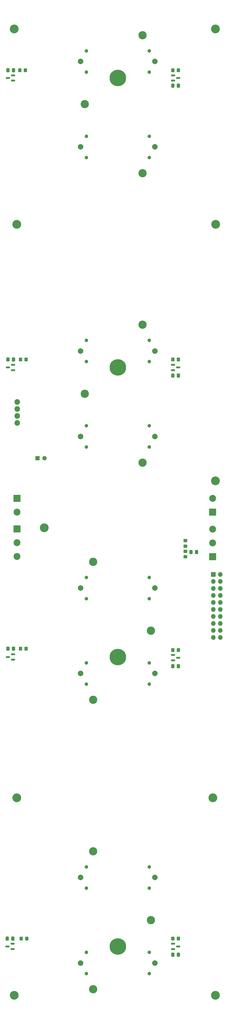
<source format=gbr>
%TF.GenerationSoftware,KiCad,Pcbnew,(6.0.6-0)*%
%TF.CreationDate,2022-11-06T01:46:37-08:00*%
%TF.ProjectId,Slave Board,536c6176-6520-4426-9f61-72642e6b6963,rev?*%
%TF.SameCoordinates,Original*%
%TF.FileFunction,Soldermask,Bot*%
%TF.FilePolarity,Negative*%
%FSLAX46Y46*%
G04 Gerber Fmt 4.6, Leading zero omitted, Abs format (unit mm)*
G04 Created by KiCad (PCBNEW (6.0.6-0)) date 2022-11-06 01:46:37*
%MOMM*%
%LPD*%
G01*
G04 APERTURE LIST*
G04 Aperture macros list*
%AMRoundRect*
0 Rectangle with rounded corners*
0 $1 Rounding radius*
0 $2 $3 $4 $5 $6 $7 $8 $9 X,Y pos of 4 corners*
0 Add a 4 corners polygon primitive as box body*
4,1,4,$2,$3,$4,$5,$6,$7,$8,$9,$2,$3,0*
0 Add four circle primitives for the rounded corners*
1,1,$1+$1,$2,$3*
1,1,$1+$1,$4,$5*
1,1,$1+$1,$6,$7*
1,1,$1+$1,$8,$9*
0 Add four rect primitives between the rounded corners*
20,1,$1+$1,$2,$3,$4,$5,0*
20,1,$1+$1,$4,$5,$6,$7,0*
20,1,$1+$1,$6,$7,$8,$9,0*
20,1,$1+$1,$8,$9,$2,$3,0*%
G04 Aperture macros list end*
%ADD10C,3.200000*%
%ADD11C,3.000000*%
%ADD12C,2.000000*%
%ADD13C,6.000000*%
%ADD14C,1.305560*%
%ADD15R,1.700000X1.700000*%
%ADD16O,1.700000X1.700000*%
%ADD17C,2.020000*%
%ADD18R,2.500000X2.500000*%
%ADD19C,2.500000*%
%ADD20R,1.600000X1.600000*%
%ADD21C,1.600000*%
%ADD22RoundRect,0.150000X0.587500X0.150000X-0.587500X0.150000X-0.587500X-0.150000X0.587500X-0.150000X0*%
%ADD23RoundRect,0.250000X0.337500X0.475000X-0.337500X0.475000X-0.337500X-0.475000X0.337500X-0.475000X0*%
%ADD24RoundRect,0.250000X-0.337500X-0.475000X0.337500X-0.475000X0.337500X0.475000X-0.337500X0.475000X0*%
%ADD25RoundRect,0.250000X-0.350000X-0.450000X0.350000X-0.450000X0.350000X0.450000X-0.350000X0.450000X0*%
%ADD26RoundRect,0.250000X-0.450000X0.350000X-0.450000X-0.350000X0.450000X-0.350000X0.450000X0.350000X0*%
%ADD27RoundRect,0.150000X-0.587500X-0.150000X0.587500X-0.150000X0.587500X0.150000X-0.587500X0.150000X0*%
%ADD28RoundRect,0.250000X0.450000X-0.350000X0.450000X0.350000X-0.450000X0.350000X-0.450000X-0.350000X0*%
G04 APERTURE END LIST*
D10*
%TO.C,REF\u002A\u002A*%
X208200000Y-100400000D03*
%TD*%
D11*
%TO.C,M4*%
X235920000Y-377789500D03*
X256920000Y-352789500D03*
D12*
X231420000Y-368289500D03*
X231420000Y-337289500D03*
D13*
X244920000Y-362289500D03*
D12*
X258420000Y-337289500D03*
X258420000Y-368289500D03*
D11*
X235920000Y-327789500D03*
D14*
X256350000Y-372159500D03*
X256350000Y-364409500D03*
X233490000Y-364409500D03*
X233490000Y-372159500D03*
X233490000Y-333419500D03*
X233490000Y-341169500D03*
X256350000Y-341169500D03*
X256350000Y-333419500D03*
%TD*%
D10*
%TO.C,REF\u002A\u002A*%
X280480000Y-100400000D03*
%TD*%
D12*
%TO.C,M2*%
X231420000Y-146292000D03*
D13*
X244920000Y-152292000D03*
D11*
X232920000Y-161792000D03*
X253920000Y-136792000D03*
D12*
X258420000Y-177292000D03*
D11*
X253920000Y-186792000D03*
D12*
X231420000Y-177292000D03*
X258420000Y-146292000D03*
D14*
X233490000Y-142422000D03*
X233490000Y-150172000D03*
X256350000Y-150172000D03*
X256350000Y-142422000D03*
X256350000Y-181162000D03*
X256350000Y-173412000D03*
X233490000Y-173412000D03*
X233490000Y-181162000D03*
%TD*%
D15*
%TO.C,J1*%
X279649000Y-227335000D03*
D16*
X282189000Y-227335000D03*
X279649000Y-229875000D03*
X282189000Y-229875000D03*
X279649000Y-232415000D03*
X282189000Y-232415000D03*
X279649000Y-234955000D03*
X282189000Y-234955000D03*
X279649000Y-237495000D03*
X282189000Y-237495000D03*
X279649000Y-240035000D03*
X282189000Y-240035000D03*
X279649000Y-242575000D03*
X282189000Y-242575000D03*
X279649000Y-245115000D03*
X282189000Y-245115000D03*
X279649000Y-247655000D03*
X282189000Y-247655000D03*
X279649000Y-250195000D03*
X282189000Y-250195000D03*
%TD*%
D10*
%TO.C,REF\u002A\u002A*%
X208200000Y-308400000D03*
%TD*%
D11*
%TO.C,M1*%
X232920000Y-56792000D03*
D12*
X258420000Y-72292000D03*
X258420000Y-41292000D03*
D11*
X253920000Y-31792000D03*
D12*
X231420000Y-41292000D03*
X231420000Y-72292000D03*
D11*
X253920000Y-81792000D03*
D13*
X244920000Y-47292000D03*
D14*
X233490000Y-37422000D03*
X233490000Y-45172000D03*
X256350000Y-45172000D03*
X256350000Y-37422000D03*
X256350000Y-76162000D03*
X256350000Y-68412000D03*
X233490000Y-68412000D03*
X233490000Y-76162000D03*
%TD*%
D12*
%TO.C,M3*%
X258420000Y-263292000D03*
X231420000Y-232292000D03*
D13*
X244920000Y-257292000D03*
D11*
X235920000Y-222792000D03*
X235920000Y-272792000D03*
X256920000Y-247792000D03*
D12*
X231420000Y-263292000D03*
X258420000Y-232292000D03*
D14*
X256350000Y-267162000D03*
X256350000Y-259412000D03*
X233490000Y-259412000D03*
X233490000Y-267162000D03*
X233490000Y-228422000D03*
X233490000Y-236172000D03*
X256350000Y-236172000D03*
X256350000Y-228422000D03*
%TD*%
D10*
%TO.C,REF\u002A\u002A*%
X218200000Y-210400000D03*
%TD*%
%TO.C,REF\u002A\u002A*%
X280416000Y-29464000D03*
%TD*%
%TO.C,REF\u002A\u002A*%
X207264000Y-29464000D03*
%TD*%
D17*
%TO.C,J6*%
X208381600Y-164820600D03*
X208381600Y-167360600D03*
X208381600Y-169900600D03*
X208381600Y-172440600D03*
%TD*%
D18*
%TO.C,J4*%
X208280000Y-199792000D03*
D19*
X208280000Y-204792000D03*
%TD*%
D10*
%TO.C,REF\u002A\u002A*%
X280416000Y-379984000D03*
%TD*%
%TO.C,REF\u002A\u002A*%
X207264000Y-379984000D03*
%TD*%
D20*
%TO.C,C20*%
X215747600Y-185166000D03*
D21*
X218247600Y-185166000D03*
%TD*%
D10*
%TO.C,REF\u002A\u002A*%
X279480000Y-308400000D03*
%TD*%
D18*
%TO.C,J5*%
X279400000Y-220900000D03*
D19*
X279400000Y-215900000D03*
X279400000Y-210900000D03*
%TD*%
D10*
%TO.C,REF\u002A\u002A*%
X280400000Y-193400000D03*
%TD*%
D18*
%TO.C,J2*%
X279400000Y-204724000D03*
D19*
X279400000Y-199724000D03*
%TD*%
D18*
%TO.C,J3*%
X208280000Y-210820000D03*
D19*
X208280000Y-215820000D03*
X208280000Y-220820000D03*
%TD*%
D22*
%TO.C,U9*%
X206677500Y-361342000D03*
X206677500Y-363242000D03*
X204802500Y-362292000D03*
%TD*%
D23*
%TO.C,C10*%
X207031500Y-149352000D03*
X204956500Y-149352000D03*
%TD*%
D24*
%TO.C,C13*%
X264900500Y-155194000D03*
X266975500Y-155194000D03*
%TD*%
D25*
%TO.C,R13*%
X264938000Y-149352000D03*
X266938000Y-149352000D03*
%TD*%
D26*
%TO.C,R17*%
X269494000Y-215103200D03*
X269494000Y-217103200D03*
%TD*%
D27*
%TO.C,U10*%
X264982500Y-363242000D03*
X264982500Y-361342000D03*
X266857500Y-362292000D03*
%TD*%
%TO.C,U6*%
X264982500Y-258506000D03*
X264982500Y-256606000D03*
X266857500Y-257556000D03*
%TD*%
D22*
%TO.C,U5*%
X206857500Y-46342000D03*
X206857500Y-48242000D03*
X204982500Y-47292000D03*
%TD*%
D24*
%TO.C,C19*%
X271504500Y-219202000D03*
X273579500Y-219202000D03*
%TD*%
D22*
%TO.C,U7*%
X206857500Y-256342000D03*
X206857500Y-258242000D03*
X204982500Y-257292000D03*
%TD*%
D25*
%TO.C,R6*%
X264938000Y-44450000D03*
X266938000Y-44450000D03*
%TD*%
D23*
%TO.C,C11*%
X206777500Y-359410000D03*
X204702500Y-359410000D03*
%TD*%
D27*
%TO.C,U4*%
X264982500Y-48242000D03*
X264982500Y-46342000D03*
X266857500Y-47292000D03*
%TD*%
D25*
%TO.C,R11*%
X209820000Y-359410000D03*
X211820000Y-359410000D03*
%TD*%
D24*
%TO.C,C12*%
X264900500Y-365252000D03*
X266975500Y-365252000D03*
%TD*%
D22*
%TO.C,U8*%
X206857500Y-151342000D03*
X206857500Y-153242000D03*
X204982500Y-152292000D03*
%TD*%
D28*
%TO.C,R5*%
X269494000Y-220964000D03*
X269494000Y-218964000D03*
%TD*%
D23*
%TO.C,C9*%
X207031500Y-254254000D03*
X204956500Y-254254000D03*
%TD*%
D25*
%TO.C,R12*%
X264938000Y-359410000D03*
X266938000Y-359410000D03*
%TD*%
D27*
%TO.C,U11*%
X264982500Y-153242000D03*
X264982500Y-151342000D03*
X266857500Y-152292000D03*
%TD*%
D24*
%TO.C,C6*%
X264900500Y-50038000D03*
X266975500Y-50038000D03*
%TD*%
D25*
%TO.C,R7*%
X209312000Y-44450000D03*
X211312000Y-44450000D03*
%TD*%
%TO.C,R10*%
X209566000Y-149352000D03*
X211566000Y-149352000D03*
%TD*%
D24*
%TO.C,C8*%
X264900500Y-260604000D03*
X266975500Y-260604000D03*
%TD*%
D25*
%TO.C,R8*%
X264938000Y-254762000D03*
X266938000Y-254762000D03*
%TD*%
D23*
%TO.C,C7*%
X207031500Y-44450000D03*
X204956500Y-44450000D03*
%TD*%
D25*
%TO.C,R9*%
X209566000Y-254254000D03*
X211566000Y-254254000D03*
%TD*%
M02*

</source>
